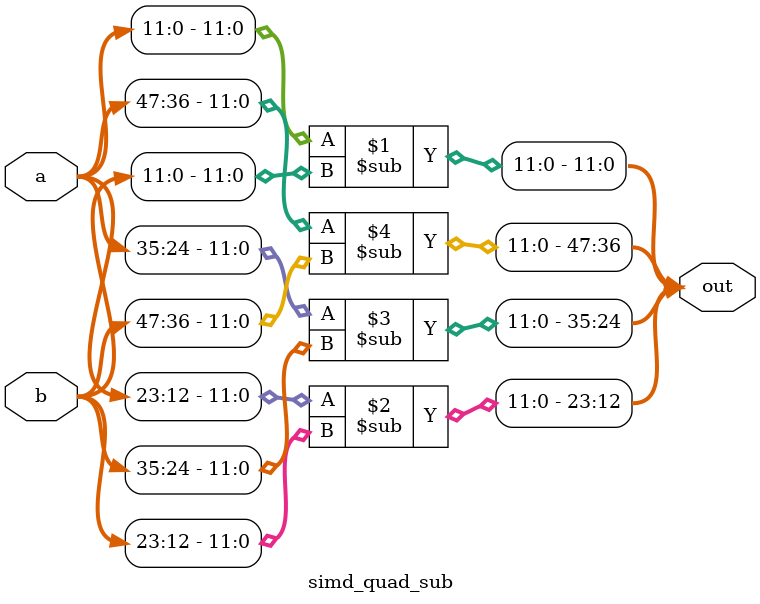
<source format=v>
(* use_dsp = "yes" *)
module simd_quad_sub (input [47:0] a, b, output [47:0] out);
  assign {out[47:36], out[35:24], out[23:12], out[11:0]} 
   = {a[47:36] - b[47:36], a[35:24] - b[35:24], a[23:12] - b[23:12], a[11:0] - b[11:0]};
endmodule

</source>
